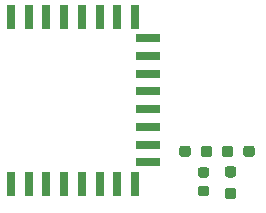
<source format=gtp>
G04 #@! TF.GenerationSoftware,KiCad,Pcbnew,(5.1.10)-1*
G04 #@! TF.CreationDate,2021-09-12T00:39:30-05:00*
G04 #@! TF.ProjectId,wireless_measurement_ard,77697265-6c65-4737-935f-6d6561737572,rev?*
G04 #@! TF.SameCoordinates,Original*
G04 #@! TF.FileFunction,Paste,Top*
G04 #@! TF.FilePolarity,Positive*
%FSLAX46Y46*%
G04 Gerber Fmt 4.6, Leading zero omitted, Abs format (unit mm)*
G04 Created by KiCad (PCBNEW (5.1.10)-1) date 2021-09-12 00:39:30*
%MOMM*%
%LPD*%
G01*
G04 APERTURE LIST*
%ADD10R,2.000000X0.800000*%
%ADD11R,0.800000X2.000000*%
G04 APERTURE END LIST*
G36*
G01*
X137143500Y-90356500D02*
X136668500Y-90356500D01*
G75*
G02*
X136431000Y-90119000I0J237500D01*
G01*
X136431000Y-89619000D01*
G75*
G02*
X136668500Y-89381500I237500J0D01*
G01*
X137143500Y-89381500D01*
G75*
G02*
X137381000Y-89619000I0J-237500D01*
G01*
X137381000Y-90119000D01*
G75*
G02*
X137143500Y-90356500I-237500J0D01*
G01*
G37*
G36*
G01*
X137143500Y-92181500D02*
X136668500Y-92181500D01*
G75*
G02*
X136431000Y-91944000I0J237500D01*
G01*
X136431000Y-91444000D01*
G75*
G02*
X136668500Y-91206500I237500J0D01*
G01*
X137143500Y-91206500D01*
G75*
G02*
X137381000Y-91444000I0J-237500D01*
G01*
X137381000Y-91944000D01*
G75*
G02*
X137143500Y-92181500I-237500J0D01*
G01*
G37*
D10*
X129923000Y-78570000D03*
X129923000Y-80070000D03*
X129923000Y-81570000D03*
X129923000Y-83070000D03*
X129923000Y-84570000D03*
X129923000Y-86070000D03*
X129923000Y-87570000D03*
D11*
X128823000Y-90890000D03*
X128823000Y-76750000D03*
X127323000Y-76750000D03*
X127323000Y-90890000D03*
X125823000Y-90890000D03*
X125823000Y-76750000D03*
X124323000Y-76750000D03*
X124323000Y-90890000D03*
X122823000Y-90890000D03*
X122823000Y-76750000D03*
X121323000Y-76750000D03*
X121323000Y-90890000D03*
X119823000Y-90890000D03*
X119823000Y-76750000D03*
X118323000Y-76750000D03*
D10*
X129923000Y-89070000D03*
D11*
X118323000Y-90890000D03*
G36*
G01*
X137989500Y-88375500D02*
X137989500Y-87900500D01*
G75*
G02*
X138227000Y-87663000I237500J0D01*
G01*
X138727000Y-87663000D01*
G75*
G02*
X138964500Y-87900500I0J-237500D01*
G01*
X138964500Y-88375500D01*
G75*
G02*
X138727000Y-88613000I-237500J0D01*
G01*
X138227000Y-88613000D01*
G75*
G02*
X137989500Y-88375500I0J237500D01*
G01*
G37*
G36*
G01*
X136164500Y-88375500D02*
X136164500Y-87900500D01*
G75*
G02*
X136402000Y-87663000I237500J0D01*
G01*
X136902000Y-87663000D01*
G75*
G02*
X137139500Y-87900500I0J-237500D01*
G01*
X137139500Y-88375500D01*
G75*
G02*
X136902000Y-88613000I-237500J0D01*
G01*
X136402000Y-88613000D01*
G75*
G02*
X136164500Y-88375500I0J237500D01*
G01*
G37*
G36*
G01*
X134386500Y-88375500D02*
X134386500Y-87900500D01*
G75*
G02*
X134624000Y-87663000I237500J0D01*
G01*
X135124000Y-87663000D01*
G75*
G02*
X135361500Y-87900500I0J-237500D01*
G01*
X135361500Y-88375500D01*
G75*
G02*
X135124000Y-88613000I-237500J0D01*
G01*
X134624000Y-88613000D01*
G75*
G02*
X134386500Y-88375500I0J237500D01*
G01*
G37*
G36*
G01*
X132561500Y-88375500D02*
X132561500Y-87900500D01*
G75*
G02*
X132799000Y-87663000I237500J0D01*
G01*
X133299000Y-87663000D01*
G75*
G02*
X133536500Y-87900500I0J-237500D01*
G01*
X133536500Y-88375500D01*
G75*
G02*
X133299000Y-88613000I-237500J0D01*
G01*
X132799000Y-88613000D01*
G75*
G02*
X132561500Y-88375500I0J237500D01*
G01*
G37*
G36*
G01*
X134876250Y-91928500D02*
X134363750Y-91928500D01*
G75*
G02*
X134145000Y-91709750I0J218750D01*
G01*
X134145000Y-91272250D01*
G75*
G02*
X134363750Y-91053500I218750J0D01*
G01*
X134876250Y-91053500D01*
G75*
G02*
X135095000Y-91272250I0J-218750D01*
G01*
X135095000Y-91709750D01*
G75*
G02*
X134876250Y-91928500I-218750J0D01*
G01*
G37*
G36*
G01*
X134876250Y-90353500D02*
X134363750Y-90353500D01*
G75*
G02*
X134145000Y-90134750I0J218750D01*
G01*
X134145000Y-89697250D01*
G75*
G02*
X134363750Y-89478500I218750J0D01*
G01*
X134876250Y-89478500D01*
G75*
G02*
X135095000Y-89697250I0J-218750D01*
G01*
X135095000Y-90134750D01*
G75*
G02*
X134876250Y-90353500I-218750J0D01*
G01*
G37*
M02*

</source>
